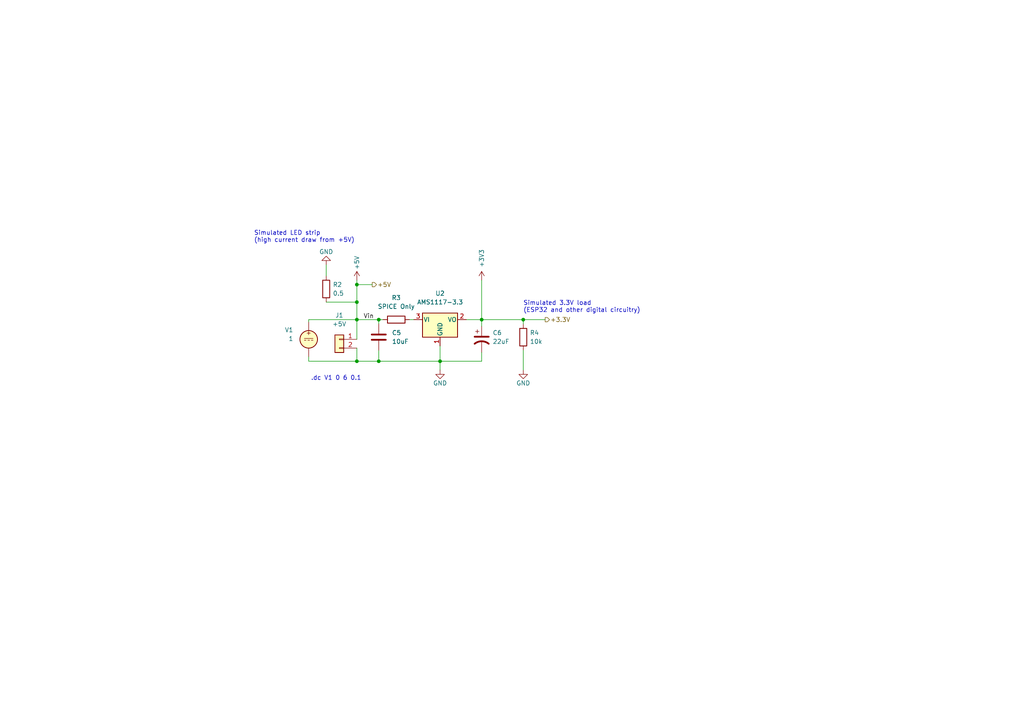
<source format=kicad_sch>
(kicad_sch (version 20211123) (generator eeschema)
  (paper "A4")
  (lib_symbols
    (symbol "Connector_Generic:Conn_01x02" (pin_names (offset 1.016) hide)
      (property "Reference" "J" (at 0 2.54 0))
      (property "Value" "Conn_01x02" (at 0 -5.08 0))
      (symbol "Conn_01x02_1_1"
        (rectangle (start -1.27 -2.413) (end 0 -2.667) (stroke (width 0.1524)))
        (rectangle (start -1.27 0.127) (end 0 -0.127) (stroke (width 0.1524)))
        (rectangle (start -1.27 1.27) (end 1.27 -3.81) (stroke (width 0.254)) (fill (type background)))
        (pin passive line (at -5.08 0 0) (length 3.81) (name "Pin_1") (number "1"))
        (pin passive line (at -5.08 -2.54 0) (length 3.81) (name "Pin_2") (number "2"))
      )
    )
    (symbol "Device:C" (pin_numbers hide) (pin_names (offset 0.254))
      (property "Reference" "C" (at 0.635 2.54 0))
      (property "Value" "C" (at 0.635 -2.54 0))
      (symbol "C_0_1"
        (polyline (pts (xy -2.032 -0.762) (xy 2.032 -0.762)) (stroke (width 0.508)))
        (polyline (pts (xy -2.032 0.762) (xy 2.032 0.762)) (stroke (width 0.508)))
      )
      (symbol "C_1_1"
        (pin passive line (at 0 3.81 270) (length 2.794) (name "~") (number "1"))
        (pin passive line (at 0 -3.81 90) (length 2.794) (name "~") (number "2"))
      )
    )
    (symbol "Device:C_Polarized_US" (pin_numbers hide) (pin_names (offset 0.254) hide)
      (property "Reference" "C" (at 0.635 2.54 0))
      (property "Value" "C_Polarized_US" (at 0.635 -2.54 0))
      (symbol "C_Polarized_US_0_1"
        (polyline (pts (xy -2.032 0.762) (xy 2.032 0.762)) (stroke (width 0.508)))
        (polyline (pts (xy -1.778 2.286) (xy -0.762 2.286)))
        (polyline (pts (xy -1.27 1.778) (xy -1.27 2.794)))
        (arc (start 2.032 -1.27) (mid 0 -0.5572) (end -2.032 -1.27) (stroke (width 0.508)))
      )
      (symbol "C_Polarized_US_1_1"
        (pin passive line (at 0 3.81 270) (length 2.794) (name "~") (number "1"))
        (pin passive line (at 0 -3.81 90) (length 3.302) (name "~") (number "2"))
      )
    )
    (symbol "Device:R" (pin_numbers hide) (pin_names (offset 0))
      (property "Reference" "R" (at 2.032 0 90))
      (property "Value" "R" (at 0 0 90))
      (symbol "R_0_1"
        (rectangle (start -1.016 -2.54) (end 1.016 2.54) (stroke (width 0.254)))
      )
      (symbol "R_1_1"
        (pin passive line (at 0 3.81 270) (length 1.27) (name "~") (number "1"))
        (pin passive line (at 0 -3.81 90) (length 1.27) (name "~") (number "2"))
      )
    )
    (symbol "Regulator_Linear:AMS1117-3.3" (pin_names (offset 0.254))
      (property "Reference" "U" (at -3.81 3.175 0))
      (property "Value" "AMS1117-3.3" (at 0 3.175 0))
      (symbol "AMS1117-3.3_0_1"
        (rectangle (start -5.08 -5.08) (end 5.08 1.905) (stroke (width 0.254)) (fill (type background)))
      )
      (symbol "AMS1117-3.3_1_1"
        (pin power_in line (at 0 -7.62 90) (length 2.54) (name "GND") (number "1"))
        (pin power_out line (at 7.62 0 180) (length 2.54) (name "VO") (number "2"))
        (pin power_in line (at -7.62 0 0) (length 2.54) (name "VI") (number "3"))
      )
    )
    (symbol "Simulation_SPICE:VDC" (pin_numbers hide) (pin_names (offset 0.0254))
      (property "Reference" "V" (at 2.54 2.54 0))
      (property "Value" "VDC" (at 2.54 0 0))
      (property "Spice_Model" "dc(1)" (at 2.54 -2.54 0))
      (symbol "VDC_0_0"
        (polyline (pts (xy -1.27 0.254) (xy 1.27 0.254)))
        (polyline (pts (xy -0.762 -0.254) (xy -1.27 -0.254)))
        (polyline (pts (xy 0.254 -0.254) (xy -0.254 -0.254)))
        (polyline (pts (xy 1.27 -0.254) (xy 0.762 -0.254)))
        (text "+" (at 0 1.905 0) (effects (font (size 1.27 1.27))))
      )
      (symbol "VDC_0_1"
        (circle (center 0 0) (radius 2.54) (stroke (width 0.254)) (fill (type background)))
      )
      (symbol "VDC_1_1"
        (pin passive line (at 0 5.08 270) (length 2.54) (name "~") (number "1"))
        (pin passive line (at 0 -5.08 90) (length 2.54) (name "~") (number "2"))
      )
    )
    (symbol "power:+3.3V" (power) (pin_names (offset 0))
      (property "Value" "+3.3V" (at 0 3.556 0))
      (symbol "+3.3V_0_1"
        (polyline (pts (xy -0.762 1.27) (xy 0 2.54)))
        (polyline (pts (xy 0 0) (xy 0 2.54)))
        (polyline (pts (xy 0 2.54) (xy 0.762 1.27)))
      )
      (symbol "+3.3V_1_1"
        (pin power_in line (at 0 0 90) (length 0) hide (name "+3V3") (number "1"))
      )
    )
    (symbol "power:+5V" (power) (pin_names (offset 0))
      (property "Value" "+5V" (at 0 3.556 0))
      (symbol "+5V_0_1"
        (polyline (pts (xy -0.762 1.27) (xy 0 2.54)))
        (polyline (pts (xy 0 0) (xy 0 2.54)))
        (polyline (pts (xy 0 2.54) (xy 0.762 1.27)))
      )
      (symbol "+5V_1_1"
        (pin power_in line (at 0 0 90) (length 0) hide (name "+5V") (number "1"))
      )
    )
    (symbol "power:GND" (power) (pin_names (offset 0))
      (property "Value" "GND" (at 0 -3.81 0))
      (symbol "GND_0_1"
        (polyline (pts (xy 0 0) (xy 0 -1.27) (xy 1.27 -1.27) (xy 0 -2.54) (xy -1.27 -1.27) (xy 0 -1.27)))
      )
      (symbol "GND_1_1"
        (pin power_in line (at 0 0 270) (length 0) hide (name "GND") (number "1"))
      )
    )
  )
  (junction (at 109.855 92.71))
  (junction (at 151.765 92.71))
  (junction (at 103.505 87.63))
  (junction (at 139.7 92.71))
  (junction (at 103.505 82.55))
  (junction (at 103.505 92.71))
  (junction (at 127.635 104.775))
  (junction (at 103.505 104.775))
  (junction (at 109.855 104.775))
  (wire (pts (xy 139.7 92.71) (xy 139.7 81.28)))
  (wire (pts (xy 103.505 87.63) (xy 103.505 92.71)))
  (wire (pts (xy 89.535 104.775) (xy 103.505 104.775)))
  (wire (pts (xy 103.505 98.425) (xy 103.505 92.71)))
  (wire (pts (xy 139.7 92.71) (xy 139.7 94.615)))
  (wire (pts (xy 94.615 76.835) (xy 94.615 80.01)))
  (wire (pts (xy 135.255 92.71) (xy 139.7 92.71)))
  (wire (pts (xy 89.535 92.71) (xy 103.505 92.71)))
  (wire (pts (xy 103.505 81.28) (xy 103.505 82.55)))
  (wire (pts (xy 89.535 93.345) (xy 89.535 92.71)))
  (wire (pts (xy 109.855 92.71) (xy 111.125 92.71)))
  (wire (pts (xy 89.535 103.505) (xy 89.535 104.775)))
  (wire (pts (xy 151.765 93.98) (xy 151.765 92.71)))
  (wire (pts (xy 127.635 104.775) (xy 139.7 104.775)))
  (wire (pts (xy 139.7 104.775) (xy 139.7 102.235)))
  (wire (pts (xy 151.765 101.6) (xy 151.765 107.315)))
  (wire (pts (xy 103.505 104.775) (xy 109.855 104.775)))
  (wire (pts (xy 103.505 87.63) (xy 94.615 87.63)))
  (wire (pts (xy 109.855 92.71) (xy 109.855 93.98)))
  (wire (pts (xy 109.855 101.6) (xy 109.855 104.775)))
  (wire (pts (xy 103.505 100.965) (xy 103.505 104.775)))
  (wire (pts (xy 109.855 104.775) (xy 127.635 104.775)))
  (wire (pts (xy 151.765 92.71) (xy 158.115 92.71)))
  (wire (pts (xy 127.635 100.33) (xy 127.635 104.775)))
  (wire (pts (xy 151.765 92.71) (xy 139.7 92.71)))
  (wire (pts (xy 118.745 92.71) (xy 120.015 92.71)))
  (wire (pts (xy 103.505 92.71) (xy 109.855 92.71)))
  (wire (pts (xy 103.505 82.55) (xy 103.505 87.63)))
  (wire (pts (xy 103.505 82.55) (xy 107.95 82.55)))
  (wire (pts (xy 127.635 104.775) (xy 127.635 107.315)))
  (text "Simulated 3.3V load\n(ESP32 and other digital circuitry)" (at 151.765 90.805 0) (effects (font (size 1.27 1.27)) (justify left bottom)))
  (text ".dc V1 0 6 0.1" (at 90.17 110.49 0) (effects (font (size 1.27 1.27)) (justify left bottom)))
  (text "Simulated LED strip\n(high current draw from +5V)" (at 73.66 70.485 0) (effects (font (size 1.27 1.27)) (justify left bottom)))
  (label "Vin" (at 105.41 92.71 0))
  (hierarchical_label "+5V" (shape output) (at 107.95 82.55 0))
  (hierarchical_label "+3.3V" (shape output) (at 158.115 92.71 0))
  (symbol (lib_id "Device:C_Polarized_US") (at 139.7 98.425 0) (unit 1)
    (property "Reference" "C6" (at 142.875 96.5199 0) (effects (justify left)))
    (property "Value" "22uF" (at 142.875 99.0599 0) (effects (justify left)))
    (property "Spice_Primitive" "C" (effects hide))
    (property "Spice_Model" "22u" (effects hide))
    (property "Spice_Netlist_Enabled" "Y" (effects hide))
  )
  (symbol (lib_id "Device:R") (at 94.615 83.82 180) (unit 1) (in_bom no) (on_board no)
    (property "Reference" "R2" (at 96.52 82.5499 0) (effects (justify right)))
    (property "Value" "0.5" (at 96.52 85.0899 0) (effects (justify right)))
    (property "Spice_Primitive" "R" (effects hide))
    (property "Spice_Model" "0.5" (effects hide))
    (property "Spice_Netlist_Enabled" "Y" (effects hide))
  )
  (symbol (lib_id "power:+5V") (at 103.505 81.28 0) (unit 1)
    (property "Reference" "#PWR011" (effects hide))
    (property "Value" "+5V" (at 103.505 76.2 90))
  )
  (symbol (lib_id "Device:R") (at 151.765 97.79 0) (unit 1) (in_bom no) (on_board no)
    (property "Reference" "R4" (at 153.67 96.5199 0) (effects (justify left)))
    (property "Value" "10k" (at 153.67 99.0599 0) (effects (justify left)))
  )
  (symbol (lib_id "Device:R") (at 114.935 92.71 90) (unit 1) (in_bom no) (on_board no)
    (property "Reference" "R3" (at 114.935 86.36 90))
    (property "Value" "SPICE Only" (at 114.935 88.9 90))
    (property "Spice_Primitive" "R" (effects hide))
    (property "Spice_Model" "0" (effects hide))
    (property "Spice_Netlist_Enabled" "Y" (effects hide))
  )
  (symbol (lib_id "Connector_Generic:Conn_01x02") (at 98.425 98.425 0) (mirror y) (unit 1)
    (property "Reference" "J1" (at 98.425 91.44 0))
    (property "Value" "+5V" (at 98.425 93.98 0))
    (property "Spice_Primitive" "J" (effects hide))
    (property "Spice_Model" "Conn_01x02" (effects hide))
    (property "Spice_Netlist_Enabled" "N" (effects hide))
    (property "Reference" "J1" (effects hide))
    (property "Value" "Conn_01x02" (effects hide))
  )
  (symbol (lib_id "power:GND") (at 151.765 107.315 0) (unit 1)
    (property "Reference" "#PWR014" (effects hide))
    (property "Value" "GND" (at 151.765 111.125 0))
  )
  (symbol (lib_id "Device:C") (at 109.855 97.79 0) (unit 1)
    (property "Reference" "C5" (at 113.665 96.5199 0) (effects (justify left)))
    (property "Value" "10uF" (at 113.665 99.0599 0) (effects (justify left)))
    (property "Spice_Primitive" "C" (effects hide))
    (property "Spice_Model" "10u" (effects hide))
    (property "Spice_Netlist_Enabled" "Y" (effects hide))
  )
  (symbol (lib_id "Simulation_SPICE:VDC") (at 89.535 98.425 0) (unit 1) (in_bom no) (on_board no)
    (property "Reference" "V1" (at 85.09 95.6951 0) (effects (justify right)))
    (property "Value" "VDC" (at 85.09 98.2351 0) (effects (justify right)))
    (property "Spice_Netlist_Enabled" "Y" (effects hide))
    (property "Spice_Primitive" "V" (effects hide))
    (property "Spice_Model" "dc(1)" (at 85.09 100.7751 0) (effects (justify right)))
    (property "Reference" "V1" (effects hide))
    (property "Value" "VDC" (effects hide))
  )
  (symbol (lib_id "power:GND") (at 94.615 76.835 180) (unit 1)
    (property "Reference" "#PWR010" (effects hide))
    (property "Value" "GND" (at 94.615 73.025 0))
  )
  (symbol (lib_id "Regulator_Linear:AMS1117-3.3") (at 127.635 92.71 0) (unit 1)
    (property "Reference" "U2" (at 127.635 85.09 0))
    (property "Value" "AMS1117-3.3" (at 127.635 87.63 0))
    (property "Footprint" "Package_TO_SOT_SMD:SOT-223-3_TabPin2" (effects hide))
    (property "Datasheet" "http://www.advanced-monolithic.com/pdf/ds1117.pdf" (effects hide))
    (property "Spice_Primitive" "X" (effects hide))
    (property "Spice_Netlist_Enabled" "Y" (effects hide))
    (property "Spice_Lib_File" "LT1117.lib" (effects hide))
    (property "Spice_Model" "LM1117_N_3P3_TRANS" (effects hide))
    (property "Spice_Node_Sequence" "3, 2, 1, 1" (effects hide))
  )
  (symbol (lib_id "power:GND") (at 127.635 107.315 0) (unit 1)
    (property "Reference" "#PWR012" (effects hide))
    (property "Value" "GND" (at 127.635 111.125 0))
  )
  (symbol (lib_id "power:+3.3V") (at 139.7 81.28 0) (unit 1)
    (property "Reference" "#PWR013" (effects hide))
    (property "Value" "+3.3V" (at 139.7 74.93 90))
  )
)
</source>
